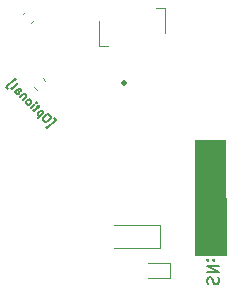
<source format=gbr>
G04 #@! TF.GenerationSoftware,KiCad,Pcbnew,(5.1.6)-1*
G04 #@! TF.CreationDate,2020-12-13T19:15:47+01:00*
G04 #@! TF.ProjectId,ACM-pcb,41434d2d-7063-4622-9e6b-696361645f70,rev?*
G04 #@! TF.SameCoordinates,Original*
G04 #@! TF.FileFunction,Legend,Bot*
G04 #@! TF.FilePolarity,Positive*
%FSLAX46Y46*%
G04 Gerber Fmt 4.6, Leading zero omitted, Abs format (unit mm)*
G04 Created by KiCad (PCBNEW (5.1.6)-1) date 2020-12-13 19:15:47*
%MOMM*%
%LPD*%
G01*
G04 APERTURE LIST*
%ADD10C,0.150000*%
%ADD11C,0.100000*%
%ADD12C,0.254000*%
%ADD13C,0.120000*%
G04 APERTURE END LIST*
D10*
X67138651Y-77568469D02*
X67256502Y-77686320D01*
X67963609Y-76979213D01*
X67845758Y-76861362D01*
X67515775Y-76625660D02*
X67421494Y-76531379D01*
X67350783Y-76507809D01*
X67256502Y-76507809D01*
X67138651Y-76578519D01*
X66973660Y-76743511D01*
X66902949Y-76861362D01*
X66902949Y-76955643D01*
X66926519Y-77026354D01*
X67020800Y-77120634D01*
X67091511Y-77144205D01*
X67185792Y-77144205D01*
X67303643Y-77073494D01*
X67468634Y-76908502D01*
X67539345Y-76790651D01*
X67539345Y-76696370D01*
X67515775Y-76625660D01*
X66926519Y-76366387D02*
X66431544Y-76861362D01*
X66902949Y-76389957D02*
X66879379Y-76319247D01*
X66785098Y-76224966D01*
X66714387Y-76201396D01*
X66667247Y-76201396D01*
X66596536Y-76224966D01*
X66455115Y-76366387D01*
X66431544Y-76437098D01*
X66431544Y-76484238D01*
X66455115Y-76554949D01*
X66549396Y-76649230D01*
X66620106Y-76672800D01*
X66549396Y-75989264D02*
X66360834Y-75800702D01*
X66643677Y-75753561D02*
X66219412Y-76177825D01*
X66148702Y-76201396D01*
X66077991Y-76177825D01*
X66030851Y-76130685D01*
X65865859Y-75965693D02*
X66195842Y-75635710D01*
X66360834Y-75470719D02*
X66360834Y-75517859D01*
X66313693Y-75517859D01*
X66313693Y-75470719D01*
X66360834Y-75470719D01*
X66313693Y-75517859D01*
X65559446Y-75659280D02*
X65630157Y-75682851D01*
X65677297Y-75682851D01*
X65748008Y-75659280D01*
X65889429Y-75517859D01*
X65912999Y-75447148D01*
X65913000Y-75400008D01*
X65889429Y-75329297D01*
X65818719Y-75258587D01*
X65748008Y-75235016D01*
X65700867Y-75235016D01*
X65630157Y-75258587D01*
X65488735Y-75400008D01*
X65465165Y-75470719D01*
X65465165Y-75517859D01*
X65488735Y-75588570D01*
X65559446Y-75659280D01*
X65512306Y-74952174D02*
X65182322Y-75282157D01*
X65465165Y-74999314D02*
X65465165Y-74952174D01*
X65441595Y-74881463D01*
X65370884Y-74810752D01*
X65300174Y-74787182D01*
X65229463Y-74810752D01*
X64970190Y-75070025D01*
X64522356Y-74622190D02*
X64781629Y-74362918D01*
X64852339Y-74339348D01*
X64923050Y-74362918D01*
X65017331Y-74457199D01*
X65040901Y-74527910D01*
X64545926Y-74598620D02*
X64569497Y-74669331D01*
X64687348Y-74787182D01*
X64758058Y-74810752D01*
X64828769Y-74787182D01*
X64875910Y-74740042D01*
X64899480Y-74669331D01*
X64875910Y-74598620D01*
X64758058Y-74480769D01*
X64734488Y-74410058D01*
X64215943Y-74315778D02*
X64286654Y-74339348D01*
X64357365Y-74315778D01*
X64781629Y-73891513D01*
X63909530Y-74339348D02*
X63791679Y-74221497D01*
X64498786Y-73514390D01*
X64616637Y-73632241D01*
X80824438Y-90887419D02*
X80776819Y-90744561D01*
X80776819Y-90506466D01*
X80824438Y-90411228D01*
X80872057Y-90363609D01*
X80967295Y-90315990D01*
X81062533Y-90315990D01*
X81157771Y-90363609D01*
X81205390Y-90411228D01*
X81253009Y-90506466D01*
X81300628Y-90696942D01*
X81348247Y-90792180D01*
X81395866Y-90839800D01*
X81491104Y-90887419D01*
X81586342Y-90887419D01*
X81681580Y-90839800D01*
X81729200Y-90792180D01*
X81776819Y-90696942D01*
X81776819Y-90458847D01*
X81729200Y-90315990D01*
X80776819Y-89887419D02*
X81776819Y-89887419D01*
X80776819Y-89315990D01*
X81776819Y-89315990D01*
X80872057Y-88839800D02*
X80824438Y-88792180D01*
X80776819Y-88839800D01*
X80824438Y-88887419D01*
X80872057Y-88839800D01*
X80776819Y-88839800D01*
X81395866Y-88839800D02*
X81348247Y-88792180D01*
X81300628Y-88839800D01*
X81348247Y-88887419D01*
X81395866Y-88839800D01*
X81300628Y-88839800D01*
D11*
G36*
X82355200Y-88442800D02*
G01*
X79756000Y-88442800D01*
X79726400Y-78663800D01*
X82325600Y-78663800D01*
X82355200Y-88442800D01*
G37*
X82355200Y-88442800D02*
X79756000Y-88442800D01*
X79726400Y-78663800D01*
X82325600Y-78663800D01*
X82355200Y-88442800D01*
D12*
X73937144Y-73853781D02*
G75*
G03*
X73937144Y-73853781I-162500J0D01*
G01*
D13*
X76799000Y-85868000D02*
X72899000Y-85868000D01*
X76799000Y-87868000D02*
X72899000Y-87868000D01*
X76799000Y-85868000D02*
X76799000Y-87868000D01*
X66378678Y-74415127D02*
X66148473Y-74184922D01*
X67099927Y-73693878D02*
X66869722Y-73463673D01*
D11*
X76422000Y-67488000D02*
X77222000Y-67488000D01*
X77222000Y-67488000D02*
X77222000Y-69588000D01*
X71622000Y-68588000D02*
X71622000Y-70688000D01*
X71622000Y-70688000D02*
X72422000Y-70688000D01*
D13*
X77600000Y-89125000D02*
X77600000Y-90325000D01*
X75750000Y-89125000D02*
X77600000Y-89125000D01*
X75750000Y-90325000D02*
X77600000Y-90325000D01*
X65895522Y-68775727D02*
X66125727Y-68545522D01*
X65174273Y-68054478D02*
X65404478Y-67824273D01*
M02*

</source>
